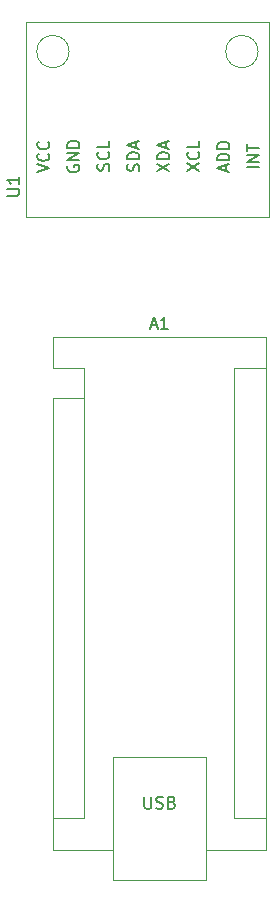
<source format=gbr>
%TF.GenerationSoftware,KiCad,Pcbnew,9.0.6*%
%TF.CreationDate,2025-11-26T06:50:29+05:30*%
%TF.ProjectId,Invis_Pad_Kicad,496e7669-735f-4506-9164-5f4b69636164,rev?*%
%TF.SameCoordinates,Original*%
%TF.FileFunction,Legend,Top*%
%TF.FilePolarity,Positive*%
%FSLAX46Y46*%
G04 Gerber Fmt 4.6, Leading zero omitted, Abs format (unit mm)*
G04 Created by KiCad (PCBNEW 9.0.6) date 2025-11-26 06:50:29*
%MOMM*%
%LPD*%
G01*
G04 APERTURE LIST*
%ADD10C,0.150000*%
%ADD11C,0.120000*%
G04 APERTURE END LIST*
D10*
X169031819Y-88746904D02*
X169841342Y-88746904D01*
X169841342Y-88746904D02*
X169936580Y-88699285D01*
X169936580Y-88699285D02*
X169984200Y-88651666D01*
X169984200Y-88651666D02*
X170031819Y-88556428D01*
X170031819Y-88556428D02*
X170031819Y-88365952D01*
X170031819Y-88365952D02*
X169984200Y-88270714D01*
X169984200Y-88270714D02*
X169936580Y-88223095D01*
X169936580Y-88223095D02*
X169841342Y-88175476D01*
X169841342Y-88175476D02*
X169031819Y-88175476D01*
X170031819Y-87175476D02*
X170031819Y-87746904D01*
X170031819Y-87461190D02*
X169031819Y-87461190D01*
X169031819Y-87461190D02*
X169174676Y-87556428D01*
X169174676Y-87556428D02*
X169269914Y-87651666D01*
X169269914Y-87651666D02*
X169317533Y-87746904D01*
X171571819Y-86778332D02*
X172571819Y-86444999D01*
X172571819Y-86444999D02*
X171571819Y-86111666D01*
X172476580Y-85206904D02*
X172524200Y-85254523D01*
X172524200Y-85254523D02*
X172571819Y-85397380D01*
X172571819Y-85397380D02*
X172571819Y-85492618D01*
X172571819Y-85492618D02*
X172524200Y-85635475D01*
X172524200Y-85635475D02*
X172428961Y-85730713D01*
X172428961Y-85730713D02*
X172333723Y-85778332D01*
X172333723Y-85778332D02*
X172143247Y-85825951D01*
X172143247Y-85825951D02*
X172000390Y-85825951D01*
X172000390Y-85825951D02*
X171809914Y-85778332D01*
X171809914Y-85778332D02*
X171714676Y-85730713D01*
X171714676Y-85730713D02*
X171619438Y-85635475D01*
X171619438Y-85635475D02*
X171571819Y-85492618D01*
X171571819Y-85492618D02*
X171571819Y-85397380D01*
X171571819Y-85397380D02*
X171619438Y-85254523D01*
X171619438Y-85254523D02*
X171667057Y-85206904D01*
X172476580Y-84206904D02*
X172524200Y-84254523D01*
X172524200Y-84254523D02*
X172571819Y-84397380D01*
X172571819Y-84397380D02*
X172571819Y-84492618D01*
X172571819Y-84492618D02*
X172524200Y-84635475D01*
X172524200Y-84635475D02*
X172428961Y-84730713D01*
X172428961Y-84730713D02*
X172333723Y-84778332D01*
X172333723Y-84778332D02*
X172143247Y-84825951D01*
X172143247Y-84825951D02*
X172000390Y-84825951D01*
X172000390Y-84825951D02*
X171809914Y-84778332D01*
X171809914Y-84778332D02*
X171714676Y-84730713D01*
X171714676Y-84730713D02*
X171619438Y-84635475D01*
X171619438Y-84635475D02*
X171571819Y-84492618D01*
X171571819Y-84492618D02*
X171571819Y-84397380D01*
X171571819Y-84397380D02*
X171619438Y-84254523D01*
X171619438Y-84254523D02*
X171667057Y-84206904D01*
X187526104Y-86683094D02*
X187526104Y-86206904D01*
X187811819Y-86778332D02*
X186811819Y-86444999D01*
X186811819Y-86444999D02*
X187811819Y-86111666D01*
X187811819Y-85778332D02*
X186811819Y-85778332D01*
X186811819Y-85778332D02*
X186811819Y-85540237D01*
X186811819Y-85540237D02*
X186859438Y-85397380D01*
X186859438Y-85397380D02*
X186954676Y-85302142D01*
X186954676Y-85302142D02*
X187049914Y-85254523D01*
X187049914Y-85254523D02*
X187240390Y-85206904D01*
X187240390Y-85206904D02*
X187383247Y-85206904D01*
X187383247Y-85206904D02*
X187573723Y-85254523D01*
X187573723Y-85254523D02*
X187668961Y-85302142D01*
X187668961Y-85302142D02*
X187764200Y-85397380D01*
X187764200Y-85397380D02*
X187811819Y-85540237D01*
X187811819Y-85540237D02*
X187811819Y-85778332D01*
X187811819Y-84778332D02*
X186811819Y-84778332D01*
X186811819Y-84778332D02*
X186811819Y-84540237D01*
X186811819Y-84540237D02*
X186859438Y-84397380D01*
X186859438Y-84397380D02*
X186954676Y-84302142D01*
X186954676Y-84302142D02*
X187049914Y-84254523D01*
X187049914Y-84254523D02*
X187240390Y-84206904D01*
X187240390Y-84206904D02*
X187383247Y-84206904D01*
X187383247Y-84206904D02*
X187573723Y-84254523D01*
X187573723Y-84254523D02*
X187668961Y-84302142D01*
X187668961Y-84302142D02*
X187764200Y-84397380D01*
X187764200Y-84397380D02*
X187811819Y-84540237D01*
X187811819Y-84540237D02*
X187811819Y-84778332D01*
X184271819Y-86683094D02*
X185271819Y-86016428D01*
X184271819Y-86016428D02*
X185271819Y-86683094D01*
X185176580Y-85064047D02*
X185224200Y-85111666D01*
X185224200Y-85111666D02*
X185271819Y-85254523D01*
X185271819Y-85254523D02*
X185271819Y-85349761D01*
X185271819Y-85349761D02*
X185224200Y-85492618D01*
X185224200Y-85492618D02*
X185128961Y-85587856D01*
X185128961Y-85587856D02*
X185033723Y-85635475D01*
X185033723Y-85635475D02*
X184843247Y-85683094D01*
X184843247Y-85683094D02*
X184700390Y-85683094D01*
X184700390Y-85683094D02*
X184509914Y-85635475D01*
X184509914Y-85635475D02*
X184414676Y-85587856D01*
X184414676Y-85587856D02*
X184319438Y-85492618D01*
X184319438Y-85492618D02*
X184271819Y-85349761D01*
X184271819Y-85349761D02*
X184271819Y-85254523D01*
X184271819Y-85254523D02*
X184319438Y-85111666D01*
X184319438Y-85111666D02*
X184367057Y-85064047D01*
X185271819Y-84159285D02*
X185271819Y-84635475D01*
X185271819Y-84635475D02*
X184271819Y-84635475D01*
X181731819Y-86706904D02*
X182731819Y-86040238D01*
X181731819Y-86040238D02*
X182731819Y-86706904D01*
X182731819Y-85659285D02*
X181731819Y-85659285D01*
X181731819Y-85659285D02*
X181731819Y-85421190D01*
X181731819Y-85421190D02*
X181779438Y-85278333D01*
X181779438Y-85278333D02*
X181874676Y-85183095D01*
X181874676Y-85183095D02*
X181969914Y-85135476D01*
X181969914Y-85135476D02*
X182160390Y-85087857D01*
X182160390Y-85087857D02*
X182303247Y-85087857D01*
X182303247Y-85087857D02*
X182493723Y-85135476D01*
X182493723Y-85135476D02*
X182588961Y-85183095D01*
X182588961Y-85183095D02*
X182684200Y-85278333D01*
X182684200Y-85278333D02*
X182731819Y-85421190D01*
X182731819Y-85421190D02*
X182731819Y-85659285D01*
X182446104Y-84706904D02*
X182446104Y-84230714D01*
X182731819Y-84802142D02*
X181731819Y-84468809D01*
X181731819Y-84468809D02*
X182731819Y-84135476D01*
X180144200Y-86659285D02*
X180191819Y-86516428D01*
X180191819Y-86516428D02*
X180191819Y-86278333D01*
X180191819Y-86278333D02*
X180144200Y-86183095D01*
X180144200Y-86183095D02*
X180096580Y-86135476D01*
X180096580Y-86135476D02*
X180001342Y-86087857D01*
X180001342Y-86087857D02*
X179906104Y-86087857D01*
X179906104Y-86087857D02*
X179810866Y-86135476D01*
X179810866Y-86135476D02*
X179763247Y-86183095D01*
X179763247Y-86183095D02*
X179715628Y-86278333D01*
X179715628Y-86278333D02*
X179668009Y-86468809D01*
X179668009Y-86468809D02*
X179620390Y-86564047D01*
X179620390Y-86564047D02*
X179572771Y-86611666D01*
X179572771Y-86611666D02*
X179477533Y-86659285D01*
X179477533Y-86659285D02*
X179382295Y-86659285D01*
X179382295Y-86659285D02*
X179287057Y-86611666D01*
X179287057Y-86611666D02*
X179239438Y-86564047D01*
X179239438Y-86564047D02*
X179191819Y-86468809D01*
X179191819Y-86468809D02*
X179191819Y-86230714D01*
X179191819Y-86230714D02*
X179239438Y-86087857D01*
X180191819Y-85659285D02*
X179191819Y-85659285D01*
X179191819Y-85659285D02*
X179191819Y-85421190D01*
X179191819Y-85421190D02*
X179239438Y-85278333D01*
X179239438Y-85278333D02*
X179334676Y-85183095D01*
X179334676Y-85183095D02*
X179429914Y-85135476D01*
X179429914Y-85135476D02*
X179620390Y-85087857D01*
X179620390Y-85087857D02*
X179763247Y-85087857D01*
X179763247Y-85087857D02*
X179953723Y-85135476D01*
X179953723Y-85135476D02*
X180048961Y-85183095D01*
X180048961Y-85183095D02*
X180144200Y-85278333D01*
X180144200Y-85278333D02*
X180191819Y-85421190D01*
X180191819Y-85421190D02*
X180191819Y-85659285D01*
X179906104Y-84706904D02*
X179906104Y-84230714D01*
X180191819Y-84802142D02*
X179191819Y-84468809D01*
X179191819Y-84468809D02*
X180191819Y-84135476D01*
X177604200Y-86635475D02*
X177651819Y-86492618D01*
X177651819Y-86492618D02*
X177651819Y-86254523D01*
X177651819Y-86254523D02*
X177604200Y-86159285D01*
X177604200Y-86159285D02*
X177556580Y-86111666D01*
X177556580Y-86111666D02*
X177461342Y-86064047D01*
X177461342Y-86064047D02*
X177366104Y-86064047D01*
X177366104Y-86064047D02*
X177270866Y-86111666D01*
X177270866Y-86111666D02*
X177223247Y-86159285D01*
X177223247Y-86159285D02*
X177175628Y-86254523D01*
X177175628Y-86254523D02*
X177128009Y-86444999D01*
X177128009Y-86444999D02*
X177080390Y-86540237D01*
X177080390Y-86540237D02*
X177032771Y-86587856D01*
X177032771Y-86587856D02*
X176937533Y-86635475D01*
X176937533Y-86635475D02*
X176842295Y-86635475D01*
X176842295Y-86635475D02*
X176747057Y-86587856D01*
X176747057Y-86587856D02*
X176699438Y-86540237D01*
X176699438Y-86540237D02*
X176651819Y-86444999D01*
X176651819Y-86444999D02*
X176651819Y-86206904D01*
X176651819Y-86206904D02*
X176699438Y-86064047D01*
X177556580Y-85064047D02*
X177604200Y-85111666D01*
X177604200Y-85111666D02*
X177651819Y-85254523D01*
X177651819Y-85254523D02*
X177651819Y-85349761D01*
X177651819Y-85349761D02*
X177604200Y-85492618D01*
X177604200Y-85492618D02*
X177508961Y-85587856D01*
X177508961Y-85587856D02*
X177413723Y-85635475D01*
X177413723Y-85635475D02*
X177223247Y-85683094D01*
X177223247Y-85683094D02*
X177080390Y-85683094D01*
X177080390Y-85683094D02*
X176889914Y-85635475D01*
X176889914Y-85635475D02*
X176794676Y-85587856D01*
X176794676Y-85587856D02*
X176699438Y-85492618D01*
X176699438Y-85492618D02*
X176651819Y-85349761D01*
X176651819Y-85349761D02*
X176651819Y-85254523D01*
X176651819Y-85254523D02*
X176699438Y-85111666D01*
X176699438Y-85111666D02*
X176747057Y-85064047D01*
X177651819Y-84159285D02*
X177651819Y-84635475D01*
X177651819Y-84635475D02*
X176651819Y-84635475D01*
X174159438Y-86206904D02*
X174111819Y-86302142D01*
X174111819Y-86302142D02*
X174111819Y-86444999D01*
X174111819Y-86444999D02*
X174159438Y-86587856D01*
X174159438Y-86587856D02*
X174254676Y-86683094D01*
X174254676Y-86683094D02*
X174349914Y-86730713D01*
X174349914Y-86730713D02*
X174540390Y-86778332D01*
X174540390Y-86778332D02*
X174683247Y-86778332D01*
X174683247Y-86778332D02*
X174873723Y-86730713D01*
X174873723Y-86730713D02*
X174968961Y-86683094D01*
X174968961Y-86683094D02*
X175064200Y-86587856D01*
X175064200Y-86587856D02*
X175111819Y-86444999D01*
X175111819Y-86444999D02*
X175111819Y-86349761D01*
X175111819Y-86349761D02*
X175064200Y-86206904D01*
X175064200Y-86206904D02*
X175016580Y-86159285D01*
X175016580Y-86159285D02*
X174683247Y-86159285D01*
X174683247Y-86159285D02*
X174683247Y-86349761D01*
X175111819Y-85730713D02*
X174111819Y-85730713D01*
X174111819Y-85730713D02*
X175111819Y-85159285D01*
X175111819Y-85159285D02*
X174111819Y-85159285D01*
X175111819Y-84683094D02*
X174111819Y-84683094D01*
X174111819Y-84683094D02*
X174111819Y-84444999D01*
X174111819Y-84444999D02*
X174159438Y-84302142D01*
X174159438Y-84302142D02*
X174254676Y-84206904D01*
X174254676Y-84206904D02*
X174349914Y-84159285D01*
X174349914Y-84159285D02*
X174540390Y-84111666D01*
X174540390Y-84111666D02*
X174683247Y-84111666D01*
X174683247Y-84111666D02*
X174873723Y-84159285D01*
X174873723Y-84159285D02*
X174968961Y-84206904D01*
X174968961Y-84206904D02*
X175064200Y-84302142D01*
X175064200Y-84302142D02*
X175111819Y-84444999D01*
X175111819Y-84444999D02*
X175111819Y-84683094D01*
X190351819Y-86349761D02*
X189351819Y-86349761D01*
X190351819Y-85873571D02*
X189351819Y-85873571D01*
X189351819Y-85873571D02*
X190351819Y-85302143D01*
X190351819Y-85302143D02*
X189351819Y-85302143D01*
X189351819Y-84968809D02*
X189351819Y-84397381D01*
X190351819Y-84683095D02*
X189351819Y-84683095D01*
X181165714Y-99729104D02*
X181641904Y-99729104D01*
X181070476Y-100014819D02*
X181403809Y-99014819D01*
X181403809Y-99014819D02*
X181737142Y-100014819D01*
X182594285Y-100014819D02*
X182022857Y-100014819D01*
X182308571Y-100014819D02*
X182308571Y-99014819D01*
X182308571Y-99014819D02*
X182213333Y-99157676D01*
X182213333Y-99157676D02*
X182118095Y-99252914D01*
X182118095Y-99252914D02*
X182022857Y-99300533D01*
X180618095Y-139654819D02*
X180618095Y-140464342D01*
X180618095Y-140464342D02*
X180665714Y-140559580D01*
X180665714Y-140559580D02*
X180713333Y-140607200D01*
X180713333Y-140607200D02*
X180808571Y-140654819D01*
X180808571Y-140654819D02*
X180999047Y-140654819D01*
X180999047Y-140654819D02*
X181094285Y-140607200D01*
X181094285Y-140607200D02*
X181141904Y-140559580D01*
X181141904Y-140559580D02*
X181189523Y-140464342D01*
X181189523Y-140464342D02*
X181189523Y-139654819D01*
X181618095Y-140607200D02*
X181760952Y-140654819D01*
X181760952Y-140654819D02*
X181999047Y-140654819D01*
X181999047Y-140654819D02*
X182094285Y-140607200D01*
X182094285Y-140607200D02*
X182141904Y-140559580D01*
X182141904Y-140559580D02*
X182189523Y-140464342D01*
X182189523Y-140464342D02*
X182189523Y-140369104D01*
X182189523Y-140369104D02*
X182141904Y-140273866D01*
X182141904Y-140273866D02*
X182094285Y-140226247D01*
X182094285Y-140226247D02*
X181999047Y-140178628D01*
X181999047Y-140178628D02*
X181808571Y-140131009D01*
X181808571Y-140131009D02*
X181713333Y-140083390D01*
X181713333Y-140083390D02*
X181665714Y-140035771D01*
X181665714Y-140035771D02*
X181618095Y-139940533D01*
X181618095Y-139940533D02*
X181618095Y-139845295D01*
X181618095Y-139845295D02*
X181665714Y-139750057D01*
X181665714Y-139750057D02*
X181713333Y-139702438D01*
X181713333Y-139702438D02*
X181808571Y-139654819D01*
X181808571Y-139654819D02*
X182046666Y-139654819D01*
X182046666Y-139654819D02*
X182189523Y-139702438D01*
X182951428Y-140131009D02*
X183094285Y-140178628D01*
X183094285Y-140178628D02*
X183141904Y-140226247D01*
X183141904Y-140226247D02*
X183189523Y-140321485D01*
X183189523Y-140321485D02*
X183189523Y-140464342D01*
X183189523Y-140464342D02*
X183141904Y-140559580D01*
X183141904Y-140559580D02*
X183094285Y-140607200D01*
X183094285Y-140607200D02*
X182999047Y-140654819D01*
X182999047Y-140654819D02*
X182618095Y-140654819D01*
X182618095Y-140654819D02*
X182618095Y-139654819D01*
X182618095Y-139654819D02*
X182951428Y-139654819D01*
X182951428Y-139654819D02*
X183046666Y-139702438D01*
X183046666Y-139702438D02*
X183094285Y-139750057D01*
X183094285Y-139750057D02*
X183141904Y-139845295D01*
X183141904Y-139845295D02*
X183141904Y-139940533D01*
X183141904Y-139940533D02*
X183094285Y-140035771D01*
X183094285Y-140035771D02*
X183046666Y-140083390D01*
X183046666Y-140083390D02*
X182951428Y-140131009D01*
X182951428Y-140131009D02*
X182618095Y-140131009D01*
D11*
%TO.C,U1*%
X170593000Y-74015000D02*
X191167000Y-74015000D01*
X170593000Y-90525000D02*
X170593000Y-74015000D01*
X191167000Y-74015000D02*
X191167000Y-90525000D01*
X191167000Y-90525000D02*
X170593000Y-90525000D01*
X174246832Y-76555000D02*
G75*
G02*
X171511168Y-76555000I-1367832J0D01*
G01*
X171511168Y-76555000D02*
G75*
G02*
X174246832Y-76555000I1367832J0D01*
G01*
X190248832Y-76555000D02*
G75*
G02*
X187513168Y-76555000I-1367832J0D01*
G01*
X187513168Y-76555000D02*
G75*
G02*
X190248832Y-76555000I1367832J0D01*
G01*
%TO.C,A1*%
X172860000Y-100700000D02*
X172860000Y-103370000D01*
X172860000Y-105910000D02*
X172860000Y-144140000D01*
X172860000Y-144140000D02*
X177940000Y-144140000D01*
X175530000Y-103370000D02*
X172860000Y-103370000D01*
X175530000Y-105910000D02*
X172860000Y-105910000D01*
X175530000Y-105910000D02*
X175530000Y-103370000D01*
X175530000Y-105910000D02*
X175530000Y-141470000D01*
X175530000Y-141470000D02*
X172860000Y-141470000D01*
X177940000Y-136260000D02*
X185820000Y-136260000D01*
X177940000Y-146680000D02*
X177940000Y-136260000D01*
X185820000Y-136260000D02*
X185820000Y-146680000D01*
X185820000Y-146680000D02*
X177940000Y-146680000D01*
X188230000Y-103370000D02*
X188230000Y-141470000D01*
X188230000Y-103370000D02*
X190900000Y-103370000D01*
X188230000Y-141470000D02*
X190900000Y-141470000D01*
X190900000Y-100700000D02*
X172860000Y-100700000D01*
X190900000Y-144140000D02*
X185820000Y-144140000D01*
X190900000Y-144140000D02*
X190900000Y-100700000D01*
%TD*%
M02*

</source>
